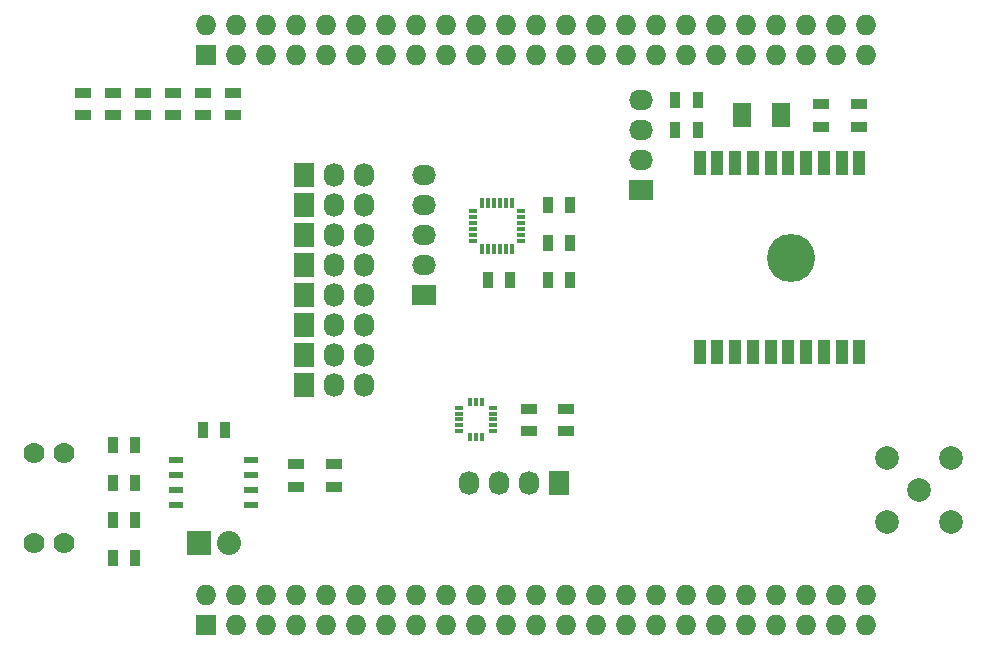
<source format=gbr>
%FSLAX46Y46*%
G04 Gerber Fmt 4.6, Leading zero omitted, Abs format (unit mm)*
G04 Created by KiCad (PCBNEW (2014-09-22 BZR 5144)-product) date Wed 01 Oct 2014 10:30:45 AM CEST*
%MOMM*%
G01*
G04 APERTURE LIST*
%ADD10C,0.100000*%
%ADD11R,0.889000X1.397000*%
%ADD12R,1.397000X0.889000*%
%ADD13C,1.998980*%
%ADD14R,2.032000X2.032000*%
%ADD15O,2.032000X2.032000*%
%ADD16R,1.727200X2.032000*%
%ADD17O,1.727200X2.032000*%
%ADD18R,1.727200X1.727200*%
%ADD19O,1.727200X1.727200*%
%ADD20R,2.032000X1.727200*%
%ADD21O,2.032000X1.727200*%
%ADD22C,1.778000*%
%ADD23R,0.800000X0.350000*%
%ADD24R,0.350000X0.850000*%
%ADD25R,1.000000X2.000000*%
%ADD26R,0.800000X0.300000*%
%ADD27R,0.300000X0.800000*%
%ADD28R,1.143000X0.508000*%
%ADD29R,1.524000X2.032000*%
%ADD30C,4.064000*%
G04 APERTURE END LIST*
D10*
D11*
X152717500Y-90805000D03*
X150812500Y-90805000D03*
X145732500Y-90805000D03*
X147637500Y-90805000D03*
X152717500Y-84455000D03*
X150812500Y-84455000D03*
X150812500Y-87630000D03*
X152717500Y-87630000D03*
D12*
X177165000Y-77787500D03*
X177165000Y-75882500D03*
D11*
X123507500Y-103505000D03*
X121602500Y-103505000D03*
D12*
X149225000Y-101663500D03*
X149225000Y-103568500D03*
X111442500Y-76835000D03*
X111442500Y-74930000D03*
X113982500Y-76835000D03*
X113982500Y-74930000D03*
X116522500Y-76835000D03*
X116522500Y-74930000D03*
X119062500Y-76835000D03*
X119062500Y-74930000D03*
X121602500Y-76835000D03*
X121602500Y-74930000D03*
X124142500Y-76835000D03*
X124142500Y-74930000D03*
D13*
X182245000Y-108585000D03*
X184945020Y-111285020D03*
X184945020Y-105884980D03*
X179544980Y-105884980D03*
X179544980Y-111285020D03*
D14*
X121285000Y-113030000D03*
D15*
X123825000Y-113030000D03*
D16*
X130175000Y-81915000D03*
D17*
X132715000Y-81915000D03*
X135255000Y-81915000D03*
D16*
X130175000Y-84455000D03*
D17*
X132715000Y-84455000D03*
X135255000Y-84455000D03*
D16*
X130175000Y-86995000D03*
D17*
X132715000Y-86995000D03*
X135255000Y-86995000D03*
D16*
X130175000Y-89535000D03*
D17*
X132715000Y-89535000D03*
X135255000Y-89535000D03*
D16*
X130175000Y-92075000D03*
D17*
X132715000Y-92075000D03*
X135255000Y-92075000D03*
D16*
X130175000Y-94615000D03*
D17*
X132715000Y-94615000D03*
X135255000Y-94615000D03*
D16*
X130175000Y-97155000D03*
D17*
X132715000Y-97155000D03*
X135255000Y-97155000D03*
D18*
X121920000Y-71755000D03*
D19*
X121920000Y-69215000D03*
X124460000Y-71755000D03*
X124460000Y-69215000D03*
X127000000Y-71755000D03*
X127000000Y-69215000D03*
X129540000Y-71755000D03*
X129540000Y-69215000D03*
X132080000Y-71755000D03*
X132080000Y-69215000D03*
X134620000Y-71755000D03*
X134620000Y-69215000D03*
X137160000Y-71755000D03*
X137160000Y-69215000D03*
X139700000Y-71755000D03*
X139700000Y-69215000D03*
X142240000Y-71755000D03*
X142240000Y-69215000D03*
X144780000Y-71755000D03*
X144780000Y-69215000D03*
X147320000Y-71755000D03*
X147320000Y-69215000D03*
X149860000Y-71755000D03*
X149860000Y-69215000D03*
X152400000Y-71755000D03*
X152400000Y-69215000D03*
X154940000Y-71755000D03*
X154940000Y-69215000D03*
X157480000Y-71755000D03*
X157480000Y-69215000D03*
X160020000Y-71755000D03*
X160020000Y-69215000D03*
X162560000Y-71755000D03*
X162560000Y-69215000D03*
X165100000Y-71755000D03*
X165100000Y-69215000D03*
X167640000Y-71755000D03*
X167640000Y-69215000D03*
X170180000Y-71755000D03*
X170180000Y-69215000D03*
X172720000Y-71755000D03*
X172720000Y-69215000D03*
X175260000Y-71755000D03*
X175260000Y-69215000D03*
X177800000Y-71755000D03*
X177800000Y-69215000D03*
D18*
X121920000Y-120015000D03*
D19*
X121920000Y-117475000D03*
X124460000Y-120015000D03*
X124460000Y-117475000D03*
X127000000Y-120015000D03*
X127000000Y-117475000D03*
X129540000Y-120015000D03*
X129540000Y-117475000D03*
X132080000Y-120015000D03*
X132080000Y-117475000D03*
X134620000Y-120015000D03*
X134620000Y-117475000D03*
X137160000Y-120015000D03*
X137160000Y-117475000D03*
X139700000Y-120015000D03*
X139700000Y-117475000D03*
X142240000Y-120015000D03*
X142240000Y-117475000D03*
X144780000Y-120015000D03*
X144780000Y-117475000D03*
X147320000Y-120015000D03*
X147320000Y-117475000D03*
X149860000Y-120015000D03*
X149860000Y-117475000D03*
X152400000Y-120015000D03*
X152400000Y-117475000D03*
X154940000Y-120015000D03*
X154940000Y-117475000D03*
X157480000Y-120015000D03*
X157480000Y-117475000D03*
X160020000Y-120015000D03*
X160020000Y-117475000D03*
X162560000Y-120015000D03*
X162560000Y-117475000D03*
X165100000Y-120015000D03*
X165100000Y-117475000D03*
X167640000Y-120015000D03*
X167640000Y-117475000D03*
X170180000Y-120015000D03*
X170180000Y-117475000D03*
X172720000Y-120015000D03*
X172720000Y-117475000D03*
X175260000Y-120015000D03*
X175260000Y-117475000D03*
X177800000Y-120015000D03*
X177800000Y-117475000D03*
D16*
X130175000Y-99695000D03*
D17*
X132715000Y-99695000D03*
X135255000Y-99695000D03*
D20*
X158750000Y-83185000D03*
D21*
X158750000Y-80645000D03*
X158750000Y-78105000D03*
X158750000Y-75565000D03*
D20*
X140335000Y-92075000D03*
D21*
X140335000Y-89535000D03*
X140335000Y-86995000D03*
X140335000Y-84455000D03*
X140335000Y-81915000D03*
D16*
X151765000Y-107950000D03*
D17*
X149225000Y-107950000D03*
X146685000Y-107950000D03*
X144145000Y-107950000D03*
D12*
X173990000Y-77787500D03*
X173990000Y-75882500D03*
D11*
X161607500Y-75565000D03*
X163512500Y-75565000D03*
X161607500Y-78105000D03*
X163512500Y-78105000D03*
X115887500Y-104775000D03*
X113982500Y-104775000D03*
X115887500Y-107950000D03*
X113982500Y-107950000D03*
X115887500Y-111125000D03*
X113982500Y-111125000D03*
D12*
X152400000Y-101663500D03*
X152400000Y-103568500D03*
D11*
X115887500Y-114300000D03*
X113982500Y-114300000D03*
D12*
X129540000Y-108267500D03*
X129540000Y-106362500D03*
X132715000Y-108267500D03*
X132715000Y-106362500D03*
D22*
X107315000Y-113030000D03*
X109855000Y-113030000D03*
X109855000Y-105410000D03*
X107315000Y-105410000D03*
D23*
X144526000Y-84951000D03*
X144526000Y-85451000D03*
X144526000Y-85951000D03*
X144526000Y-86451000D03*
X144526000Y-86951000D03*
X144526000Y-87451000D03*
D24*
X145276000Y-88176000D03*
X145776000Y-88176000D03*
X146276000Y-88176000D03*
X146776000Y-88176000D03*
X147276000Y-88176000D03*
X147776000Y-88176000D03*
X145276000Y-84226000D03*
X145776000Y-84226000D03*
X146276000Y-84226000D03*
X146776000Y-84226000D03*
X147276000Y-84226000D03*
X147776000Y-84226000D03*
D23*
X148526000Y-84951000D03*
X148526000Y-85451000D03*
X148526000Y-85951000D03*
X148526000Y-86451000D03*
X148526000Y-86951000D03*
X148526000Y-87451000D03*
D25*
X177185000Y-80899000D03*
X175685000Y-80899000D03*
X174185000Y-80899000D03*
X172685000Y-80899000D03*
X171185000Y-80899000D03*
X169685000Y-80899000D03*
X168185000Y-80899000D03*
X166685000Y-80899000D03*
X165185000Y-80899000D03*
X163685000Y-80899000D03*
X177185000Y-96899000D03*
X175685000Y-96899000D03*
X174185000Y-96899000D03*
X172685000Y-96899000D03*
X171185000Y-96899000D03*
X169685000Y-96899000D03*
X168185000Y-96899000D03*
X166685000Y-96899000D03*
X165185000Y-96899000D03*
X163685000Y-96899000D03*
D26*
X143306000Y-101592000D03*
X143306000Y-102092000D03*
X143306000Y-102592000D03*
X143306000Y-103092000D03*
X143306000Y-103592000D03*
X146206000Y-103592000D03*
X146206000Y-103092000D03*
X146206000Y-102592000D03*
X146206000Y-102092000D03*
X146206000Y-101592000D03*
D27*
X144256000Y-104042000D03*
X144756000Y-104042000D03*
X145256000Y-104042000D03*
X145256000Y-101142000D03*
X144756000Y-101142000D03*
X144256000Y-101142000D03*
D28*
X125730000Y-106045000D03*
X125730000Y-107315000D03*
X125730000Y-108585000D03*
X125730000Y-109855000D03*
X119380000Y-109855000D03*
X119380000Y-108585000D03*
X119380000Y-107315000D03*
X119380000Y-106045000D03*
D29*
X170561000Y-76835000D03*
X167259000Y-76835000D03*
D30*
X171450000Y-88900000D03*
M02*

</source>
